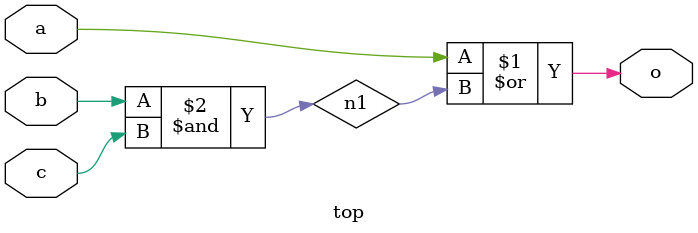
<source format=v>
module top (o, a, b, c);
input a, b, c;
output o;
wire n1;
or (o, a, n1);
and (n1, b, c);
endmodule

</source>
